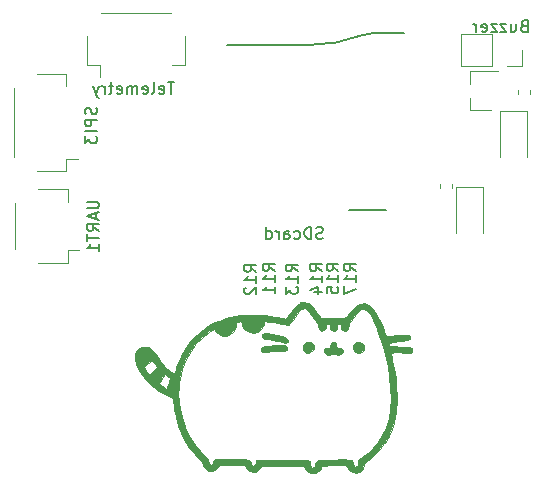
<source format=gbr>
%TF.GenerationSoftware,KiCad,Pcbnew,(5.1.6)-1*%
%TF.CreationDate,2020-09-08T22:29:01+07:00*%
%TF.ProjectId,Pixracer_clone,50697872-6163-4657-925f-636c6f6e652e,rev?*%
%TF.SameCoordinates,Original*%
%TF.FileFunction,Legend,Bot*%
%TF.FilePolarity,Positive*%
%FSLAX46Y46*%
G04 Gerber Fmt 4.6, Leading zero omitted, Abs format (unit mm)*
G04 Created by KiCad (PCBNEW (5.1.6)-1) date 2020-09-08 22:29:01*
%MOMM*%
%LPD*%
G01*
G04 APERTURE LIST*
%ADD10C,0.010000*%
%ADD11C,0.127000*%
%ADD12C,0.120000*%
%ADD13C,0.200000*%
%ADD14C,0.150000*%
G04 APERTURE END LIST*
D10*
%TO.C,G\u002A\u002A\u002A*%
G36*
X168902238Y-97175081D02*
G01*
X168764901Y-97205710D01*
X168695125Y-97209916D01*
X168649078Y-97247161D01*
X168647500Y-97262999D01*
X168598256Y-97323470D01*
X168576690Y-97326500D01*
X168494831Y-97370070D01*
X168369332Y-97480291D01*
X168306815Y-97545528D01*
X168202202Y-97662345D01*
X168111581Y-97769845D01*
X168013298Y-97895840D01*
X167885696Y-98068143D01*
X167707119Y-98314564D01*
X167695979Y-98330001D01*
X167544918Y-98508446D01*
X167427931Y-98574340D01*
X167390531Y-98571309D01*
X167258948Y-98541995D01*
X167070262Y-98509846D01*
X167025708Y-98503355D01*
X166817398Y-98471953D01*
X166636329Y-98441220D01*
X166612958Y-98436776D01*
X166451031Y-98409940D01*
X166237463Y-98380253D01*
X166171000Y-98372008D01*
X165958669Y-98343393D01*
X165776130Y-98313550D01*
X165735550Y-98305480D01*
X165610641Y-98292876D01*
X165387561Y-98283644D01*
X165095094Y-98277755D01*
X164762022Y-98275177D01*
X164417129Y-98275880D01*
X164089199Y-98279834D01*
X163807015Y-98287006D01*
X163599360Y-98297366D01*
X163506543Y-98307866D01*
X163338660Y-98339000D01*
X163129802Y-98373166D01*
X163097558Y-98378044D01*
X162908557Y-98417395D01*
X162657879Y-98484477D01*
X162377948Y-98568772D01*
X162101187Y-98659760D01*
X161860018Y-98746920D01*
X161686862Y-98819733D01*
X161623902Y-98856183D01*
X161550742Y-98898926D01*
X161535500Y-98888734D01*
X161486273Y-98886922D01*
X161354202Y-98942232D01*
X161162704Y-99042234D01*
X160935198Y-99174497D01*
X160695099Y-99326590D01*
X160635561Y-99366452D01*
X160440703Y-99513023D01*
X160207505Y-99710505D01*
X159956522Y-99938780D01*
X159708310Y-100177732D01*
X159483423Y-100407243D01*
X159302418Y-100607194D01*
X159185849Y-100757470D01*
X159155530Y-100814969D01*
X159102933Y-100919565D01*
X159065378Y-100946000D01*
X159021465Y-100998718D01*
X158937165Y-101138603D01*
X158826878Y-101338246D01*
X158705009Y-101570239D01*
X158585959Y-101807177D01*
X158484131Y-102021650D01*
X158414689Y-102184250D01*
X158359342Y-102326646D01*
X158285332Y-102514188D01*
X158271337Y-102549374D01*
X158218940Y-102697420D01*
X158202196Y-102780775D01*
X158206621Y-102787499D01*
X158201881Y-102836210D01*
X158150052Y-102954983D01*
X158142414Y-102969949D01*
X158088537Y-103106255D01*
X158085749Y-103189633D01*
X158087866Y-103192199D01*
X158110838Y-103233726D01*
X158045799Y-103216303D01*
X157912724Y-103147826D01*
X157792355Y-103075367D01*
X157365374Y-102739885D01*
X157293686Y-102660650D01*
X156584402Y-102660650D01*
X156281826Y-102968012D01*
X156122818Y-103124360D01*
X155997170Y-103238430D01*
X155932242Y-103285437D01*
X155872825Y-103243672D01*
X155767095Y-103125140D01*
X155667009Y-102994789D01*
X155543161Y-102808379D01*
X155496646Y-102688959D01*
X155517757Y-102611036D01*
X155519864Y-102608430D01*
X155617532Y-102517881D01*
X155771012Y-102401064D01*
X155942215Y-102283945D01*
X156093049Y-102192495D01*
X156185422Y-102152682D01*
X156188628Y-102152500D01*
X156255708Y-102201128D01*
X156358862Y-102324659D01*
X156416263Y-102406575D01*
X156584402Y-102660650D01*
X157293686Y-102660650D01*
X156949471Y-102280200D01*
X156627367Y-101826374D01*
X156384291Y-101470580D01*
X156176350Y-101218029D01*
X155988374Y-101055355D01*
X155805190Y-100969190D01*
X155628116Y-100946000D01*
X155269711Y-100996574D01*
X154991214Y-101143249D01*
X154799182Y-101378451D01*
X154700167Y-101694609D01*
X154694348Y-102024821D01*
X154784640Y-102435865D01*
X154984967Y-102872373D01*
X155298310Y-103339306D01*
X155727650Y-103841625D01*
X155884000Y-104004527D01*
X156157174Y-104275916D01*
X156378971Y-104476318D01*
X156581742Y-104630234D01*
X156797842Y-104762166D01*
X157059622Y-104896617D01*
X157066088Y-104899763D01*
X157325246Y-105022974D01*
X157553161Y-105126252D01*
X157718297Y-105195562D01*
X157774971Y-105215230D01*
X157853078Y-105258686D01*
X157902403Y-105358900D01*
X157935715Y-105546541D01*
X157944210Y-105621744D01*
X157982695Y-105925347D01*
X158035681Y-106264501D01*
X158093783Y-106583154D01*
X158142137Y-106803875D01*
X158199501Y-107033902D01*
X158251469Y-107244309D01*
X158264104Y-107296000D01*
X158291873Y-107389849D01*
X158300080Y-107407125D01*
X158325314Y-107473467D01*
X158328750Y-107486500D01*
X158354539Y-107561410D01*
X158357421Y-107565875D01*
X158379012Y-107633089D01*
X158390308Y-107684821D01*
X158430918Y-107817073D01*
X158509496Y-108017085D01*
X158613459Y-108258012D01*
X158730223Y-108513010D01*
X158847204Y-108755233D01*
X158951820Y-108957839D01*
X159031485Y-109093981D01*
X159071268Y-109137500D01*
X159119740Y-109187324D01*
X159122500Y-109211104D01*
X159166005Y-109324044D01*
X159284872Y-109502936D01*
X159461629Y-109727067D01*
X159678806Y-109975723D01*
X159918930Y-110228190D01*
X160164532Y-110463756D01*
X160223699Y-110516663D01*
X160397427Y-110710784D01*
X160456000Y-110880786D01*
X160497375Y-111028493D01*
X160600337Y-111198756D01*
X160636760Y-111242800D01*
X160803585Y-111389425D01*
X160992009Y-111451349D01*
X161079849Y-111459424D01*
X161248879Y-111454846D01*
X161388944Y-111405547D01*
X161548226Y-111290862D01*
X161623209Y-111226371D01*
X161904239Y-110979000D01*
X164018481Y-110979000D01*
X164106283Y-111189140D01*
X164254485Y-111397746D01*
X164489588Y-111517283D01*
X164771722Y-111550500D01*
X164937172Y-111534291D01*
X165066211Y-111467735D01*
X165207689Y-111323937D01*
X165229109Y-111298683D01*
X165440750Y-111046866D01*
X167197111Y-111037372D01*
X167658961Y-111036407D01*
X168080430Y-111038448D01*
X168444478Y-111043179D01*
X168734070Y-111050284D01*
X168932169Y-111059445D01*
X169021736Y-111070347D01*
X169023772Y-111071327D01*
X169065052Y-111149067D01*
X169055648Y-111176947D01*
X169075649Y-111252040D01*
X169168976Y-111375680D01*
X169249633Y-111458309D01*
X169511186Y-111632722D01*
X169787059Y-111685071D01*
X170061986Y-111614392D01*
X170211996Y-111519022D01*
X170351905Y-111378979D01*
X170441356Y-111235116D01*
X170449032Y-111211386D01*
X170485654Y-111125765D01*
X170563108Y-111073286D01*
X170713289Y-111039718D01*
X170878226Y-111019909D01*
X171118704Y-111001855D01*
X171433883Y-110987873D01*
X171771480Y-110980005D01*
X171925435Y-110979000D01*
X172581239Y-110979000D01*
X172676851Y-111163893D01*
X172871717Y-111424029D01*
X173129275Y-111574100D01*
X173393164Y-111614000D01*
X173593915Y-111596941D01*
X173745848Y-111527406D01*
X173892601Y-111398099D01*
X174053109Y-111195212D01*
X174108197Y-111003963D01*
X174108500Y-110987849D01*
X174121891Y-110883214D01*
X174175216Y-110785331D01*
X174288203Y-110671230D01*
X174480580Y-110517944D01*
X174568875Y-110451856D01*
X175050991Y-110055993D01*
X175450379Y-109636176D01*
X175809510Y-109147138D01*
X175846586Y-109089972D01*
X176193560Y-108500019D01*
X176446174Y-107952300D01*
X176616182Y-107419275D01*
X176673366Y-107152510D01*
X176702123Y-106995358D01*
X176743719Y-106769218D01*
X176778445Y-106581010D01*
X176832188Y-106151267D01*
X176856775Y-105625038D01*
X176855689Y-105408261D01*
X176359233Y-105408261D01*
X176304026Y-106266896D01*
X176176990Y-107046401D01*
X176134668Y-107223587D01*
X175925343Y-107857719D01*
X175633990Y-108468961D01*
X175275778Y-109035661D01*
X174865878Y-109536168D01*
X174419462Y-109948831D01*
X174049702Y-110199197D01*
X173817491Y-110344534D01*
X173680578Y-110474393D01*
X173615937Y-110619440D01*
X173600500Y-110797481D01*
X173567958Y-111005574D01*
X173491015Y-111097460D01*
X173338573Y-111125989D01*
X173217274Y-111049863D01*
X173157785Y-110891424D01*
X173156000Y-110853366D01*
X173148521Y-110737673D01*
X173116578Y-110648719D01*
X173045912Y-110583560D01*
X172922262Y-110539254D01*
X172731371Y-110512859D01*
X172458978Y-110501431D01*
X172090825Y-110502028D01*
X171612652Y-110511707D01*
X171512593Y-110514218D01*
X171033330Y-110527434D01*
X170666130Y-110542175D01*
X170396083Y-110562436D01*
X170208276Y-110592210D01*
X170087798Y-110635493D01*
X170019736Y-110696278D01*
X169989179Y-110778561D01*
X169981214Y-110886335D01*
X169981000Y-110924481D01*
X169942824Y-111080890D01*
X169871515Y-111160960D01*
X169719318Y-111188699D01*
X169596980Y-111112945D01*
X169537864Y-110957157D01*
X169536500Y-110925402D01*
X169536175Y-110823488D01*
X169527172Y-110740918D01*
X169497449Y-110675766D01*
X169434965Y-110626103D01*
X169327680Y-110590004D01*
X169163551Y-110565541D01*
X168930537Y-110550788D01*
X168616598Y-110543818D01*
X168209691Y-110542704D01*
X167697776Y-110545520D01*
X167187000Y-110549441D01*
X164996250Y-110566250D01*
X164929528Y-110772672D01*
X164838581Y-110988274D01*
X164742036Y-111081619D01*
X164634463Y-111057449D01*
X164617942Y-111044733D01*
X164539058Y-110918981D01*
X164520000Y-110816075D01*
X164508968Y-110709237D01*
X164466379Y-110626761D01*
X164377994Y-110565569D01*
X164229576Y-110522584D01*
X164006885Y-110494727D01*
X163695685Y-110478922D01*
X163281735Y-110472090D01*
X162923565Y-110471000D01*
X162522476Y-110472843D01*
X162160683Y-110477991D01*
X161858872Y-110485867D01*
X161637728Y-110495895D01*
X161517937Y-110507500D01*
X161506578Y-110510451D01*
X161415362Y-110591940D01*
X161324633Y-110740991D01*
X161312083Y-110769338D01*
X161210348Y-110931755D01*
X161105399Y-110972189D01*
X161016307Y-110893687D01*
X160964000Y-110713732D01*
X160933976Y-110594548D01*
X160866856Y-110471971D01*
X160745953Y-110324485D01*
X160554580Y-110130578D01*
X160392500Y-109976935D01*
X159865275Y-109406047D01*
X159420104Y-108753741D01*
X159054836Y-108015091D01*
X158767322Y-107185173D01*
X158555409Y-106259061D01*
X158447691Y-105523523D01*
X158394975Y-104903080D01*
X158395772Y-104355949D01*
X158454376Y-103838367D01*
X158496740Y-103651718D01*
X157650447Y-103651718D01*
X157620824Y-103802350D01*
X157569569Y-103998014D01*
X157507627Y-104201610D01*
X157445945Y-104376039D01*
X157395469Y-104484199D01*
X157376406Y-104502000D01*
X157287167Y-104470078D01*
X157131893Y-104387854D01*
X157004369Y-104310797D01*
X156819363Y-104175038D01*
X156744307Y-104073895D01*
X156748355Y-104040922D01*
X156805687Y-103948421D01*
X156908562Y-103787797D01*
X157011810Y-103628924D01*
X157229784Y-103295598D01*
X157430017Y-103433735D01*
X157562775Y-103525193D01*
X157641075Y-103578890D01*
X157647491Y-103583218D01*
X157650447Y-103651718D01*
X158496740Y-103651718D01*
X158575079Y-103306569D01*
X158707344Y-102876842D01*
X159039380Y-102036546D01*
X159439947Y-101300109D01*
X159913301Y-100661859D01*
X160463699Y-100116119D01*
X161095398Y-99657215D01*
X161145738Y-99626402D01*
X161359226Y-99497282D01*
X161548502Y-99712856D01*
X161808600Y-99920422D01*
X162121395Y-100031056D01*
X162447953Y-100030996D01*
X162448256Y-100030939D01*
X162739769Y-99915951D01*
X162986588Y-99705881D01*
X163163894Y-99431079D01*
X163246868Y-99121897D01*
X163250001Y-99050445D01*
X163279626Y-98900459D01*
X163384381Y-98829402D01*
X163392875Y-98827023D01*
X163599306Y-98787639D01*
X163713453Y-98813384D01*
X163756063Y-98911478D01*
X163758000Y-98954129D01*
X163812588Y-99184868D01*
X163957294Y-99417607D01*
X164163536Y-99609195D01*
X164212710Y-99640586D01*
X164472942Y-99738321D01*
X164765073Y-99763606D01*
X165039327Y-99716734D01*
X165202876Y-99634747D01*
X165390739Y-99459088D01*
X165547079Y-99247986D01*
X165644384Y-99043103D01*
X165663000Y-98937946D01*
X165660968Y-98883054D01*
X165666014Y-98843940D01*
X165694859Y-98821269D01*
X165764219Y-98815704D01*
X165890813Y-98827910D01*
X166091360Y-98858551D01*
X166382577Y-98908290D01*
X166781183Y-98977792D01*
X166815258Y-98983713D01*
X167126011Y-99033801D01*
X167396122Y-99070117D01*
X167598562Y-99089534D01*
X167706305Y-99088921D01*
X167711364Y-99087441D01*
X167783092Y-99023798D01*
X167908535Y-98877451D01*
X168069707Y-98670518D01*
X168239791Y-98437597D01*
X168429410Y-98183916D01*
X168612214Y-97963561D01*
X168766192Y-97801714D01*
X168860331Y-97727702D01*
X169000026Y-97668952D01*
X169104051Y-97683753D01*
X169211646Y-97753605D01*
X169318566Y-97857807D01*
X169470480Y-98038672D01*
X169643176Y-98266373D01*
X169744946Y-98410516D01*
X169904500Y-98636755D01*
X170041998Y-98820101D01*
X170139401Y-98937139D01*
X170173571Y-98966916D01*
X170215279Y-99038100D01*
X170234802Y-99183322D01*
X170235000Y-99200505D01*
X170276009Y-99410484D01*
X170380741Y-99551246D01*
X170521756Y-99608928D01*
X170671615Y-99569668D01*
X170771150Y-99471370D01*
X170847635Y-99308909D01*
X170870000Y-99185620D01*
X170900079Y-99074445D01*
X171012536Y-99041206D01*
X171028750Y-99041000D01*
X171143178Y-99062191D01*
X171184216Y-99151434D01*
X171187500Y-99226964D01*
X171237095Y-99434295D01*
X171369501Y-99571596D01*
X171528586Y-99612499D01*
X171705160Y-99564991D01*
X171801538Y-99420689D01*
X171822500Y-99250550D01*
X171836131Y-99105805D01*
X171896180Y-99048891D01*
X171981250Y-99041000D01*
X172095678Y-99062191D01*
X172136716Y-99151434D01*
X172140000Y-99226964D01*
X172189595Y-99434295D01*
X172322001Y-99571596D01*
X172481086Y-99612499D01*
X172657382Y-99565195D01*
X172753722Y-99421229D01*
X172775001Y-99248731D01*
X172793285Y-99127160D01*
X172856559Y-98982949D01*
X172977448Y-98794158D01*
X173168582Y-98538843D01*
X173224890Y-98467030D01*
X173453675Y-98183461D01*
X173627669Y-97987824D01*
X173765700Y-97864569D01*
X173886600Y-97798143D01*
X174009198Y-97772995D01*
X174067628Y-97771000D01*
X174248474Y-97832621D01*
X174445216Y-98012885D01*
X174654570Y-98304891D01*
X174873255Y-98701736D01*
X175097987Y-99196521D01*
X175325486Y-99782343D01*
X175552467Y-100452302D01*
X175775649Y-101199496D01*
X175879785Y-101581000D01*
X176102888Y-102556864D01*
X176257764Y-103533315D01*
X176343513Y-104490424D01*
X176359233Y-105408261D01*
X176855689Y-105408261D01*
X176853787Y-105029061D01*
X176824804Y-104390077D01*
X176771403Y-103734824D01*
X176695166Y-103090040D01*
X176597671Y-102482465D01*
X176511910Y-102068838D01*
X176458360Y-101817874D01*
X176424182Y-101616233D01*
X176414017Y-101493735D01*
X176418982Y-101471852D01*
X176497339Y-101455367D01*
X176669694Y-101446453D01*
X176903303Y-101444591D01*
X177165422Y-101449260D01*
X177423307Y-101459941D01*
X177644214Y-101476115D01*
X177776322Y-101493393D01*
X177990232Y-101490980D01*
X178126541Y-101397080D01*
X178172500Y-101227722D01*
X178166931Y-101134255D01*
X178134006Y-101073785D01*
X178049402Y-101035974D01*
X177888795Y-101010481D01*
X177627860Y-100986966D01*
X177601000Y-100984786D01*
X177124122Y-100945986D01*
X176760258Y-100914665D01*
X176495863Y-100887724D01*
X176317394Y-100862063D01*
X176211305Y-100834584D01*
X176164053Y-100802187D01*
X176162093Y-100761774D01*
X176191881Y-100710246D01*
X176221910Y-100669244D01*
X176297303Y-100615089D01*
X176446963Y-100570264D01*
X176689121Y-100530712D01*
X176997750Y-100496607D01*
X177377922Y-100457648D01*
X177650027Y-100422227D01*
X177832655Y-100384524D01*
X177944394Y-100338719D01*
X178003833Y-100278993D01*
X178029560Y-100199527D01*
X178033317Y-100172407D01*
X178018821Y-100031976D01*
X177917089Y-99961302D01*
X177916235Y-99961031D01*
X177769329Y-99943693D01*
X177521904Y-99946582D01*
X177198503Y-99967817D01*
X176823669Y-100005519D01*
X176421945Y-100057806D01*
X176192010Y-100093143D01*
X176023082Y-100076643D01*
X175924062Y-99955374D01*
X175906719Y-99898250D01*
X175825995Y-99637363D01*
X175692858Y-99297623D01*
X175520027Y-98909204D01*
X175320221Y-98502278D01*
X175309573Y-98481642D01*
X175044355Y-98015315D01*
X174790687Y-97668028D01*
X174542028Y-97433116D01*
X174291836Y-97303916D01*
X174123613Y-97273369D01*
X173816967Y-97302087D01*
X173525509Y-97430199D01*
X173237460Y-97665608D01*
X172941041Y-98016216D01*
X172870250Y-98114254D01*
X172762541Y-98264451D01*
X172668274Y-98373614D01*
X172565442Y-98448287D01*
X172432035Y-98495016D01*
X172246043Y-98520347D01*
X171985457Y-98530823D01*
X171628267Y-98532992D01*
X171462178Y-98532999D01*
X170427302Y-98532999D01*
X170252371Y-98263124D01*
X170145224Y-98102018D01*
X170065421Y-97989602D01*
X170042035Y-97961500D01*
X169986702Y-97893452D01*
X169890781Y-97761295D01*
X169853273Y-97707500D01*
X169692652Y-97497893D01*
X169533990Y-97358705D01*
X169324736Y-97245649D01*
X169283238Y-97227109D01*
X169055714Y-97165510D01*
X168902238Y-97175081D01*
G37*
X168902238Y-97175081D02*
X168764901Y-97205710D01*
X168695125Y-97209916D01*
X168649078Y-97247161D01*
X168647500Y-97262999D01*
X168598256Y-97323470D01*
X168576690Y-97326500D01*
X168494831Y-97370070D01*
X168369332Y-97480291D01*
X168306815Y-97545528D01*
X168202202Y-97662345D01*
X168111581Y-97769845D01*
X168013298Y-97895840D01*
X167885696Y-98068143D01*
X167707119Y-98314564D01*
X167695979Y-98330001D01*
X167544918Y-98508446D01*
X167427931Y-98574340D01*
X167390531Y-98571309D01*
X167258948Y-98541995D01*
X167070262Y-98509846D01*
X167025708Y-98503355D01*
X166817398Y-98471953D01*
X166636329Y-98441220D01*
X166612958Y-98436776D01*
X166451031Y-98409940D01*
X166237463Y-98380253D01*
X166171000Y-98372008D01*
X165958669Y-98343393D01*
X165776130Y-98313550D01*
X165735550Y-98305480D01*
X165610641Y-98292876D01*
X165387561Y-98283644D01*
X165095094Y-98277755D01*
X164762022Y-98275177D01*
X164417129Y-98275880D01*
X164089199Y-98279834D01*
X163807015Y-98287006D01*
X163599360Y-98297366D01*
X163506543Y-98307866D01*
X163338660Y-98339000D01*
X163129802Y-98373166D01*
X163097558Y-98378044D01*
X162908557Y-98417395D01*
X162657879Y-98484477D01*
X162377948Y-98568772D01*
X162101187Y-98659760D01*
X161860018Y-98746920D01*
X161686862Y-98819733D01*
X161623902Y-98856183D01*
X161550742Y-98898926D01*
X161535500Y-98888734D01*
X161486273Y-98886922D01*
X161354202Y-98942232D01*
X161162704Y-99042234D01*
X160935198Y-99174497D01*
X160695099Y-99326590D01*
X160635561Y-99366452D01*
X160440703Y-99513023D01*
X160207505Y-99710505D01*
X159956522Y-99938780D01*
X159708310Y-100177732D01*
X159483423Y-100407243D01*
X159302418Y-100607194D01*
X159185849Y-100757470D01*
X159155530Y-100814969D01*
X159102933Y-100919565D01*
X159065378Y-100946000D01*
X159021465Y-100998718D01*
X158937165Y-101138603D01*
X158826878Y-101338246D01*
X158705009Y-101570239D01*
X158585959Y-101807177D01*
X158484131Y-102021650D01*
X158414689Y-102184250D01*
X158359342Y-102326646D01*
X158285332Y-102514188D01*
X158271337Y-102549374D01*
X158218940Y-102697420D01*
X158202196Y-102780775D01*
X158206621Y-102787499D01*
X158201881Y-102836210D01*
X158150052Y-102954983D01*
X158142414Y-102969949D01*
X158088537Y-103106255D01*
X158085749Y-103189633D01*
X158087866Y-103192199D01*
X158110838Y-103233726D01*
X158045799Y-103216303D01*
X157912724Y-103147826D01*
X157792355Y-103075367D01*
X157365374Y-102739885D01*
X157293686Y-102660650D01*
X156584402Y-102660650D01*
X156281826Y-102968012D01*
X156122818Y-103124360D01*
X155997170Y-103238430D01*
X155932242Y-103285437D01*
X155872825Y-103243672D01*
X155767095Y-103125140D01*
X155667009Y-102994789D01*
X155543161Y-102808379D01*
X155496646Y-102688959D01*
X155517757Y-102611036D01*
X155519864Y-102608430D01*
X155617532Y-102517881D01*
X155771012Y-102401064D01*
X155942215Y-102283945D01*
X156093049Y-102192495D01*
X156185422Y-102152682D01*
X156188628Y-102152500D01*
X156255708Y-102201128D01*
X156358862Y-102324659D01*
X156416263Y-102406575D01*
X156584402Y-102660650D01*
X157293686Y-102660650D01*
X156949471Y-102280200D01*
X156627367Y-101826374D01*
X156384291Y-101470580D01*
X156176350Y-101218029D01*
X155988374Y-101055355D01*
X155805190Y-100969190D01*
X155628116Y-100946000D01*
X155269711Y-100996574D01*
X154991214Y-101143249D01*
X154799182Y-101378451D01*
X154700167Y-101694609D01*
X154694348Y-102024821D01*
X154784640Y-102435865D01*
X154984967Y-102872373D01*
X155298310Y-103339306D01*
X155727650Y-103841625D01*
X155884000Y-104004527D01*
X156157174Y-104275916D01*
X156378971Y-104476318D01*
X156581742Y-104630234D01*
X156797842Y-104762166D01*
X157059622Y-104896617D01*
X157066088Y-104899763D01*
X157325246Y-105022974D01*
X157553161Y-105126252D01*
X157718297Y-105195562D01*
X157774971Y-105215230D01*
X157853078Y-105258686D01*
X157902403Y-105358900D01*
X157935715Y-105546541D01*
X157944210Y-105621744D01*
X157982695Y-105925347D01*
X158035681Y-106264501D01*
X158093783Y-106583154D01*
X158142137Y-106803875D01*
X158199501Y-107033902D01*
X158251469Y-107244309D01*
X158264104Y-107296000D01*
X158291873Y-107389849D01*
X158300080Y-107407125D01*
X158325314Y-107473467D01*
X158328750Y-107486500D01*
X158354539Y-107561410D01*
X158357421Y-107565875D01*
X158379012Y-107633089D01*
X158390308Y-107684821D01*
X158430918Y-107817073D01*
X158509496Y-108017085D01*
X158613459Y-108258012D01*
X158730223Y-108513010D01*
X158847204Y-108755233D01*
X158951820Y-108957839D01*
X159031485Y-109093981D01*
X159071268Y-109137500D01*
X159119740Y-109187324D01*
X159122500Y-109211104D01*
X159166005Y-109324044D01*
X159284872Y-109502936D01*
X159461629Y-109727067D01*
X159678806Y-109975723D01*
X159918930Y-110228190D01*
X160164532Y-110463756D01*
X160223699Y-110516663D01*
X160397427Y-110710784D01*
X160456000Y-110880786D01*
X160497375Y-111028493D01*
X160600337Y-111198756D01*
X160636760Y-111242800D01*
X160803585Y-111389425D01*
X160992009Y-111451349D01*
X161079849Y-111459424D01*
X161248879Y-111454846D01*
X161388944Y-111405547D01*
X161548226Y-111290862D01*
X161623209Y-111226371D01*
X161904239Y-110979000D01*
X164018481Y-110979000D01*
X164106283Y-111189140D01*
X164254485Y-111397746D01*
X164489588Y-111517283D01*
X164771722Y-111550500D01*
X164937172Y-111534291D01*
X165066211Y-111467735D01*
X165207689Y-111323937D01*
X165229109Y-111298683D01*
X165440750Y-111046866D01*
X167197111Y-111037372D01*
X167658961Y-111036407D01*
X168080430Y-111038448D01*
X168444478Y-111043179D01*
X168734070Y-111050284D01*
X168932169Y-111059445D01*
X169021736Y-111070347D01*
X169023772Y-111071327D01*
X169065052Y-111149067D01*
X169055648Y-111176947D01*
X169075649Y-111252040D01*
X169168976Y-111375680D01*
X169249633Y-111458309D01*
X169511186Y-111632722D01*
X169787059Y-111685071D01*
X170061986Y-111614392D01*
X170211996Y-111519022D01*
X170351905Y-111378979D01*
X170441356Y-111235116D01*
X170449032Y-111211386D01*
X170485654Y-111125765D01*
X170563108Y-111073286D01*
X170713289Y-111039718D01*
X170878226Y-111019909D01*
X171118704Y-111001855D01*
X171433883Y-110987873D01*
X171771480Y-110980005D01*
X171925435Y-110979000D01*
X172581239Y-110979000D01*
X172676851Y-111163893D01*
X172871717Y-111424029D01*
X173129275Y-111574100D01*
X173393164Y-111614000D01*
X173593915Y-111596941D01*
X173745848Y-111527406D01*
X173892601Y-111398099D01*
X174053109Y-111195212D01*
X174108197Y-111003963D01*
X174108500Y-110987849D01*
X174121891Y-110883214D01*
X174175216Y-110785331D01*
X174288203Y-110671230D01*
X174480580Y-110517944D01*
X174568875Y-110451856D01*
X175050991Y-110055993D01*
X175450379Y-109636176D01*
X175809510Y-109147138D01*
X175846586Y-109089972D01*
X176193560Y-108500019D01*
X176446174Y-107952300D01*
X176616182Y-107419275D01*
X176673366Y-107152510D01*
X176702123Y-106995358D01*
X176743719Y-106769218D01*
X176778445Y-106581010D01*
X176832188Y-106151267D01*
X176856775Y-105625038D01*
X176855689Y-105408261D01*
X176359233Y-105408261D01*
X176304026Y-106266896D01*
X176176990Y-107046401D01*
X176134668Y-107223587D01*
X175925343Y-107857719D01*
X175633990Y-108468961D01*
X175275778Y-109035661D01*
X174865878Y-109536168D01*
X174419462Y-109948831D01*
X174049702Y-110199197D01*
X173817491Y-110344534D01*
X173680578Y-110474393D01*
X173615937Y-110619440D01*
X173600500Y-110797481D01*
X173567958Y-111005574D01*
X173491015Y-111097460D01*
X173338573Y-111125989D01*
X173217274Y-111049863D01*
X173157785Y-110891424D01*
X173156000Y-110853366D01*
X173148521Y-110737673D01*
X173116578Y-110648719D01*
X173045912Y-110583560D01*
X172922262Y-110539254D01*
X172731371Y-110512859D01*
X172458978Y-110501431D01*
X172090825Y-110502028D01*
X171612652Y-110511707D01*
X171512593Y-110514218D01*
X171033330Y-110527434D01*
X170666130Y-110542175D01*
X170396083Y-110562436D01*
X170208276Y-110592210D01*
X170087798Y-110635493D01*
X170019736Y-110696278D01*
X169989179Y-110778561D01*
X169981214Y-110886335D01*
X169981000Y-110924481D01*
X169942824Y-111080890D01*
X169871515Y-111160960D01*
X169719318Y-111188699D01*
X169596980Y-111112945D01*
X169537864Y-110957157D01*
X169536500Y-110925402D01*
X169536175Y-110823488D01*
X169527172Y-110740918D01*
X169497449Y-110675766D01*
X169434965Y-110626103D01*
X169327680Y-110590004D01*
X169163551Y-110565541D01*
X168930537Y-110550788D01*
X168616598Y-110543818D01*
X168209691Y-110542704D01*
X167697776Y-110545520D01*
X167187000Y-110549441D01*
X164996250Y-110566250D01*
X164929528Y-110772672D01*
X164838581Y-110988274D01*
X164742036Y-111081619D01*
X164634463Y-111057449D01*
X164617942Y-111044733D01*
X164539058Y-110918981D01*
X164520000Y-110816075D01*
X164508968Y-110709237D01*
X164466379Y-110626761D01*
X164377994Y-110565569D01*
X164229576Y-110522584D01*
X164006885Y-110494727D01*
X163695685Y-110478922D01*
X163281735Y-110472090D01*
X162923565Y-110471000D01*
X162522476Y-110472843D01*
X162160683Y-110477991D01*
X161858872Y-110485867D01*
X161637728Y-110495895D01*
X161517937Y-110507500D01*
X161506578Y-110510451D01*
X161415362Y-110591940D01*
X161324633Y-110740991D01*
X161312083Y-110769338D01*
X161210348Y-110931755D01*
X161105399Y-110972189D01*
X161016307Y-110893687D01*
X160964000Y-110713732D01*
X160933976Y-110594548D01*
X160866856Y-110471971D01*
X160745953Y-110324485D01*
X160554580Y-110130578D01*
X160392500Y-109976935D01*
X159865275Y-109406047D01*
X159420104Y-108753741D01*
X159054836Y-108015091D01*
X158767322Y-107185173D01*
X158555409Y-106259061D01*
X158447691Y-105523523D01*
X158394975Y-104903080D01*
X158395772Y-104355949D01*
X158454376Y-103838367D01*
X158496740Y-103651718D01*
X157650447Y-103651718D01*
X157620824Y-103802350D01*
X157569569Y-103998014D01*
X157507627Y-104201610D01*
X157445945Y-104376039D01*
X157395469Y-104484199D01*
X157376406Y-104502000D01*
X157287167Y-104470078D01*
X157131893Y-104387854D01*
X157004369Y-104310797D01*
X156819363Y-104175038D01*
X156744307Y-104073895D01*
X156748355Y-104040922D01*
X156805687Y-103948421D01*
X156908562Y-103787797D01*
X157011810Y-103628924D01*
X157229784Y-103295598D01*
X157430017Y-103433735D01*
X157562775Y-103525193D01*
X157641075Y-103578890D01*
X157647491Y-103583218D01*
X157650447Y-103651718D01*
X158496740Y-103651718D01*
X158575079Y-103306569D01*
X158707344Y-102876842D01*
X159039380Y-102036546D01*
X159439947Y-101300109D01*
X159913301Y-100661859D01*
X160463699Y-100116119D01*
X161095398Y-99657215D01*
X161145738Y-99626402D01*
X161359226Y-99497282D01*
X161548502Y-99712856D01*
X161808600Y-99920422D01*
X162121395Y-100031056D01*
X162447953Y-100030996D01*
X162448256Y-100030939D01*
X162739769Y-99915951D01*
X162986588Y-99705881D01*
X163163894Y-99431079D01*
X163246868Y-99121897D01*
X163250001Y-99050445D01*
X163279626Y-98900459D01*
X163384381Y-98829402D01*
X163392875Y-98827023D01*
X163599306Y-98787639D01*
X163713453Y-98813384D01*
X163756063Y-98911478D01*
X163758000Y-98954129D01*
X163812588Y-99184868D01*
X163957294Y-99417607D01*
X164163536Y-99609195D01*
X164212710Y-99640586D01*
X164472942Y-99738321D01*
X164765073Y-99763606D01*
X165039327Y-99716734D01*
X165202876Y-99634747D01*
X165390739Y-99459088D01*
X165547079Y-99247986D01*
X165644384Y-99043103D01*
X165663000Y-98937946D01*
X165660968Y-98883054D01*
X165666014Y-98843940D01*
X165694859Y-98821269D01*
X165764219Y-98815704D01*
X165890813Y-98827910D01*
X166091360Y-98858551D01*
X166382577Y-98908290D01*
X166781183Y-98977792D01*
X166815258Y-98983713D01*
X167126011Y-99033801D01*
X167396122Y-99070117D01*
X167598562Y-99089534D01*
X167706305Y-99088921D01*
X167711364Y-99087441D01*
X167783092Y-99023798D01*
X167908535Y-98877451D01*
X168069707Y-98670518D01*
X168239791Y-98437597D01*
X168429410Y-98183916D01*
X168612214Y-97963561D01*
X168766192Y-97801714D01*
X168860331Y-97727702D01*
X169000026Y-97668952D01*
X169104051Y-97683753D01*
X169211646Y-97753605D01*
X169318566Y-97857807D01*
X169470480Y-98038672D01*
X169643176Y-98266373D01*
X169744946Y-98410516D01*
X169904500Y-98636755D01*
X170041998Y-98820101D01*
X170139401Y-98937139D01*
X170173571Y-98966916D01*
X170215279Y-99038100D01*
X170234802Y-99183322D01*
X170235000Y-99200505D01*
X170276009Y-99410484D01*
X170380741Y-99551246D01*
X170521756Y-99608928D01*
X170671615Y-99569668D01*
X170771150Y-99471370D01*
X170847635Y-99308909D01*
X170870000Y-99185620D01*
X170900079Y-99074445D01*
X171012536Y-99041206D01*
X171028750Y-99041000D01*
X171143178Y-99062191D01*
X171184216Y-99151434D01*
X171187500Y-99226964D01*
X171237095Y-99434295D01*
X171369501Y-99571596D01*
X171528586Y-99612499D01*
X171705160Y-99564991D01*
X171801538Y-99420689D01*
X171822500Y-99250550D01*
X171836131Y-99105805D01*
X171896180Y-99048891D01*
X171981250Y-99041000D01*
X172095678Y-99062191D01*
X172136716Y-99151434D01*
X172140000Y-99226964D01*
X172189595Y-99434295D01*
X172322001Y-99571596D01*
X172481086Y-99612499D01*
X172657382Y-99565195D01*
X172753722Y-99421229D01*
X172775001Y-99248731D01*
X172793285Y-99127160D01*
X172856559Y-98982949D01*
X172977448Y-98794158D01*
X173168582Y-98538843D01*
X173224890Y-98467030D01*
X173453675Y-98183461D01*
X173627669Y-97987824D01*
X173765700Y-97864569D01*
X173886600Y-97798143D01*
X174009198Y-97772995D01*
X174067628Y-97771000D01*
X174248474Y-97832621D01*
X174445216Y-98012885D01*
X174654570Y-98304891D01*
X174873255Y-98701736D01*
X175097987Y-99196521D01*
X175325486Y-99782343D01*
X175552467Y-100452302D01*
X175775649Y-101199496D01*
X175879785Y-101581000D01*
X176102888Y-102556864D01*
X176257764Y-103533315D01*
X176343513Y-104490424D01*
X176359233Y-105408261D01*
X176855689Y-105408261D01*
X176853787Y-105029061D01*
X176824804Y-104390077D01*
X176771403Y-103734824D01*
X176695166Y-103090040D01*
X176597671Y-102482465D01*
X176511910Y-102068838D01*
X176458360Y-101817874D01*
X176424182Y-101616233D01*
X176414017Y-101493735D01*
X176418982Y-101471852D01*
X176497339Y-101455367D01*
X176669694Y-101446453D01*
X176903303Y-101444591D01*
X177165422Y-101449260D01*
X177423307Y-101459941D01*
X177644214Y-101476115D01*
X177776322Y-101493393D01*
X177990232Y-101490980D01*
X178126541Y-101397080D01*
X178172500Y-101227722D01*
X178166931Y-101134255D01*
X178134006Y-101073785D01*
X178049402Y-101035974D01*
X177888795Y-101010481D01*
X177627860Y-100986966D01*
X177601000Y-100984786D01*
X177124122Y-100945986D01*
X176760258Y-100914665D01*
X176495863Y-100887724D01*
X176317394Y-100862063D01*
X176211305Y-100834584D01*
X176164053Y-100802187D01*
X176162093Y-100761774D01*
X176191881Y-100710246D01*
X176221910Y-100669244D01*
X176297303Y-100615089D01*
X176446963Y-100570264D01*
X176689121Y-100530712D01*
X176997750Y-100496607D01*
X177377922Y-100457648D01*
X177650027Y-100422227D01*
X177832655Y-100384524D01*
X177944394Y-100338719D01*
X178003833Y-100278993D01*
X178029560Y-100199527D01*
X178033317Y-100172407D01*
X178018821Y-100031976D01*
X177917089Y-99961302D01*
X177916235Y-99961031D01*
X177769329Y-99943693D01*
X177521904Y-99946582D01*
X177198503Y-99967817D01*
X176823669Y-100005519D01*
X176421945Y-100057806D01*
X176192010Y-100093143D01*
X176023082Y-100076643D01*
X175924062Y-99955374D01*
X175906719Y-99898250D01*
X175825995Y-99637363D01*
X175692858Y-99297623D01*
X175520027Y-98909204D01*
X175320221Y-98502278D01*
X175309573Y-98481642D01*
X175044355Y-98015315D01*
X174790687Y-97668028D01*
X174542028Y-97433116D01*
X174291836Y-97303916D01*
X174123613Y-97273369D01*
X173816967Y-97302087D01*
X173525509Y-97430199D01*
X173237460Y-97665608D01*
X172941041Y-98016216D01*
X172870250Y-98114254D01*
X172762541Y-98264451D01*
X172668274Y-98373614D01*
X172565442Y-98448287D01*
X172432035Y-98495016D01*
X172246043Y-98520347D01*
X171985457Y-98530823D01*
X171628267Y-98532992D01*
X171462178Y-98532999D01*
X170427302Y-98532999D01*
X170252371Y-98263124D01*
X170145224Y-98102018D01*
X170065421Y-97989602D01*
X170042035Y-97961500D01*
X169986702Y-97893452D01*
X169890781Y-97761295D01*
X169853273Y-97707500D01*
X169692652Y-97497893D01*
X169533990Y-97358705D01*
X169324736Y-97245649D01*
X169283238Y-97227109D01*
X169055714Y-97165510D01*
X168902238Y-97175081D01*
G36*
X171381822Y-100562954D02*
G01*
X171277149Y-100689999D01*
X171238947Y-100866813D01*
X171217046Y-101021849D01*
X171165858Y-101083949D01*
X171054294Y-101087164D01*
X171039181Y-101085618D01*
X170832775Y-101104925D01*
X170711823Y-101194804D01*
X170684957Y-101324695D01*
X170760806Y-101464039D01*
X170904280Y-101563244D01*
X171082638Y-101629946D01*
X171230483Y-101626436D01*
X171325521Y-101596277D01*
X171540826Y-101556675D01*
X171636318Y-101583310D01*
X171869610Y-101641575D01*
X172108947Y-101591626D01*
X172189371Y-101545649D01*
X172309693Y-101407857D01*
X172322167Y-101265282D01*
X172241074Y-101147980D01*
X172080694Y-101086009D01*
X171970820Y-101085618D01*
X171851783Y-101086284D01*
X171796123Y-101031353D01*
X171772751Y-100886772D01*
X171771054Y-100866813D01*
X171714992Y-100659558D01*
X171600093Y-100544860D01*
X171444492Y-100536879D01*
X171381822Y-100562954D01*
G37*
X171381822Y-100562954D02*
X171277149Y-100689999D01*
X171238947Y-100866813D01*
X171217046Y-101021849D01*
X171165858Y-101083949D01*
X171054294Y-101087164D01*
X171039181Y-101085618D01*
X170832775Y-101104925D01*
X170711823Y-101194804D01*
X170684957Y-101324695D01*
X170760806Y-101464039D01*
X170904280Y-101563244D01*
X171082638Y-101629946D01*
X171230483Y-101626436D01*
X171325521Y-101596277D01*
X171540826Y-101556675D01*
X171636318Y-101583310D01*
X171869610Y-101641575D01*
X172108947Y-101591626D01*
X172189371Y-101545649D01*
X172309693Y-101407857D01*
X172322167Y-101265282D01*
X172241074Y-101147980D01*
X172080694Y-101086009D01*
X171970820Y-101085618D01*
X171851783Y-101086284D01*
X171796123Y-101031353D01*
X171772751Y-100886772D01*
X171771054Y-100866813D01*
X171714992Y-100659558D01*
X171600093Y-100544860D01*
X171444492Y-100536879D01*
X171381822Y-100562954D01*
G36*
X173503192Y-100530100D02*
G01*
X173311864Y-100657363D01*
X173179866Y-100863965D01*
X173163878Y-101082506D01*
X173259035Y-101285964D01*
X173453451Y-101443627D01*
X173594438Y-101503709D01*
X173714001Y-101497779D01*
X173791000Y-101472450D01*
X173984073Y-101344412D01*
X174094059Y-101155269D01*
X174114511Y-100941051D01*
X174038982Y-100737784D01*
X173941187Y-100633108D01*
X173717946Y-100518574D01*
X173503192Y-100530100D01*
G37*
X173503192Y-100530100D02*
X173311864Y-100657363D01*
X173179866Y-100863965D01*
X173163878Y-101082506D01*
X173259035Y-101285964D01*
X173453451Y-101443627D01*
X173594438Y-101503709D01*
X173714001Y-101497779D01*
X173791000Y-101472450D01*
X173984073Y-101344412D01*
X174094059Y-101155269D01*
X174114511Y-100941051D01*
X174038982Y-100737784D01*
X173941187Y-100633108D01*
X173717946Y-100518574D01*
X173503192Y-100530100D01*
G36*
X169068814Y-100633108D02*
G01*
X168937822Y-100799425D01*
X168902091Y-100991645D01*
X168945635Y-101183760D01*
X169052471Y-101349762D01*
X169206612Y-101463642D01*
X169392074Y-101499393D01*
X169568250Y-101445709D01*
X169763518Y-101278291D01*
X169850979Y-101070949D01*
X169826193Y-100850638D01*
X169698137Y-100657363D01*
X169496054Y-100526436D01*
X169280742Y-100521387D01*
X169068814Y-100633108D01*
G37*
X169068814Y-100633108D02*
X168937822Y-100799425D01*
X168902091Y-100991645D01*
X168945635Y-101183760D01*
X169052471Y-101349762D01*
X169206612Y-101463642D01*
X169392074Y-101499393D01*
X169568250Y-101445709D01*
X169763518Y-101278291D01*
X169850979Y-101070949D01*
X169826193Y-100850638D01*
X169698137Y-100657363D01*
X169496054Y-100526436D01*
X169280742Y-100521387D01*
X169068814Y-100633108D01*
G36*
X166706138Y-100830829D02*
G01*
X166588193Y-100835937D01*
X166097679Y-100874758D01*
X165728341Y-100938252D01*
X165480994Y-101026055D01*
X165356450Y-101137806D01*
X165355522Y-101273140D01*
X165411532Y-101361800D01*
X165495578Y-101423513D01*
X165627809Y-101442638D01*
X165835998Y-101420332D01*
X166012250Y-101386857D01*
X166196787Y-101361717D01*
X166458680Y-101342104D01*
X166748305Y-101331486D01*
X166816682Y-101330659D01*
X167138857Y-101324251D01*
X167354604Y-101305928D01*
X167484371Y-101269418D01*
X167548605Y-101208448D01*
X167567753Y-101116746D01*
X167568000Y-101100190D01*
X167543966Y-100979418D01*
X167461423Y-100896320D01*
X167304711Y-100846671D01*
X167058170Y-100826249D01*
X166706138Y-100830829D01*
G37*
X166706138Y-100830829D02*
X166588193Y-100835937D01*
X166097679Y-100874758D01*
X165728341Y-100938252D01*
X165480994Y-101026055D01*
X165356450Y-101137806D01*
X165355522Y-101273140D01*
X165411532Y-101361800D01*
X165495578Y-101423513D01*
X165627809Y-101442638D01*
X165835998Y-101420332D01*
X166012250Y-101386857D01*
X166196787Y-101361717D01*
X166458680Y-101342104D01*
X166748305Y-101331486D01*
X166816682Y-101330659D01*
X167138857Y-101324251D01*
X167354604Y-101305928D01*
X167484371Y-101269418D01*
X167548605Y-101208448D01*
X167567753Y-101116746D01*
X167568000Y-101100190D01*
X167543966Y-100979418D01*
X167461423Y-100896320D01*
X167304711Y-100846671D01*
X167058170Y-100826249D01*
X166706138Y-100830829D01*
G36*
X165556587Y-99843560D02*
G01*
X165490000Y-99912419D01*
X165472500Y-100021022D01*
X165496870Y-100142523D01*
X165583540Y-100227539D01*
X165752852Y-100286543D01*
X166025148Y-100330006D01*
X166086184Y-100336935D01*
X166361134Y-100378358D01*
X166680246Y-100442930D01*
X166926755Y-100504037D01*
X167204319Y-100577968D01*
X167387469Y-100615616D01*
X167503120Y-100618217D01*
X167578188Y-100587008D01*
X167628972Y-100536297D01*
X167683328Y-100397929D01*
X167615317Y-100266396D01*
X167429490Y-100143921D01*
X167130395Y-100032728D01*
X166722584Y-99935038D01*
X166238298Y-99856726D01*
X165911999Y-99819733D01*
X165691008Y-99814004D01*
X165556587Y-99843560D01*
G37*
X165556587Y-99843560D02*
X165490000Y-99912419D01*
X165472500Y-100021022D01*
X165496870Y-100142523D01*
X165583540Y-100227539D01*
X165752852Y-100286543D01*
X166025148Y-100330006D01*
X166086184Y-100336935D01*
X166361134Y-100378358D01*
X166680246Y-100442930D01*
X166926755Y-100504037D01*
X167204319Y-100577968D01*
X167387469Y-100615616D01*
X167503120Y-100618217D01*
X167578188Y-100587008D01*
X167628972Y-100536297D01*
X167683328Y-100397929D01*
X167615317Y-100266396D01*
X167429490Y-100143921D01*
X167130395Y-100032728D01*
X166722584Y-99935038D01*
X166238298Y-99856726D01*
X165911999Y-99819733D01*
X165691008Y-99814004D01*
X165556587Y-99843560D01*
D11*
%TO.C,SDcard*%
X175970000Y-89380000D02*
X172870000Y-89380000D01*
X169446900Y-75410000D02*
X162513000Y-75410000D01*
X177499000Y-74394000D02*
X174967900Y-74394000D01*
X174967900Y-74394000D02*
G75*
G03*
X173968000Y-74578000I-45J-2808602D01*
G01*
X173968000Y-74578000D02*
G75*
G02*
X169446900Y-75410000I-4521122J11867982D01*
G01*
D12*
%TO.C,SPI3*%
X144440000Y-84915000D02*
X144440000Y-79035000D01*
X148910000Y-77865000D02*
X148910000Y-78915000D01*
X146410000Y-77865000D02*
X148910000Y-77865000D01*
X148910000Y-85035000D02*
X149900000Y-85035000D01*
X148910000Y-86085000D02*
X148910000Y-85035000D01*
X146410000Y-86085000D02*
X148910000Y-86085000D01*
%TO.C,C39*%
X180565000Y-87521267D02*
X180565000Y-87178733D01*
X181585000Y-87521267D02*
X181585000Y-87178733D01*
%TO.C,UART1*%
X144540000Y-92690000D02*
X144540000Y-88810000D01*
X149010000Y-87640000D02*
X149010000Y-88690000D01*
X146510000Y-87640000D02*
X149010000Y-87640000D01*
X149010000Y-92810000D02*
X150000000Y-92810000D01*
X149010000Y-93860000D02*
X149010000Y-92810000D01*
X146510000Y-93860000D02*
X149010000Y-93860000D01*
%TO.C,Buzzer*%
X187505000Y-77155000D02*
X187505000Y-75825000D01*
X186175000Y-77155000D02*
X187505000Y-77155000D01*
X184905000Y-77155000D02*
X184905000Y-74495000D01*
X184905000Y-74495000D02*
X182305000Y-74495000D01*
X184905000Y-77155000D02*
X182305000Y-77155000D01*
X182305000Y-77155000D02*
X182305000Y-74495000D01*
%TO.C,Telemetry*%
X151860000Y-72665000D02*
X157740000Y-72665000D01*
X158910000Y-77135000D02*
X157860000Y-77135000D01*
X158910000Y-74635000D02*
X158910000Y-77135000D01*
X151740000Y-77135000D02*
X151740000Y-78125000D01*
X150690000Y-77135000D02*
X151740000Y-77135000D01*
X150690000Y-74635000D02*
X150690000Y-77135000D01*
%TO.C,R2*%
X187165000Y-79546267D02*
X187165000Y-79203733D01*
X188185000Y-79546267D02*
X188185000Y-79203733D01*
%TO.C,Q1*%
X183075000Y-80925000D02*
X183075000Y-79875000D01*
X184875000Y-80925000D02*
X183075000Y-80925000D01*
X183075000Y-77625000D02*
X183075000Y-78675000D01*
X185475000Y-77625000D02*
X183075000Y-77625000D01*
%TO.C,D2*%
X184160000Y-87440000D02*
X184160000Y-91325000D01*
X181890000Y-87440000D02*
X184160000Y-87440000D01*
X181890000Y-91325000D02*
X181890000Y-87440000D01*
%TO.C,D1*%
X187910000Y-81015000D02*
X187910000Y-84900000D01*
X185640000Y-81015000D02*
X187910000Y-81015000D01*
X185640000Y-84900000D02*
X185640000Y-81015000D01*
%TO.C,SDcard*%
D13*
X170629795Y-91779965D02*
X170486866Y-91827608D01*
X170248651Y-91827608D01*
X170153364Y-91779965D01*
X170105721Y-91732322D01*
X170058078Y-91637036D01*
X170058078Y-91541750D01*
X170105721Y-91446464D01*
X170153364Y-91398821D01*
X170248651Y-91351178D01*
X170439223Y-91303535D01*
X170534509Y-91255892D01*
X170582152Y-91208249D01*
X170629795Y-91112963D01*
X170629795Y-91017677D01*
X170582152Y-90922391D01*
X170534509Y-90874748D01*
X170439223Y-90827104D01*
X170201008Y-90827104D01*
X170058078Y-90874748D01*
X169629291Y-91827608D02*
X169629291Y-90827104D01*
X169391076Y-90827104D01*
X169248147Y-90874748D01*
X169152860Y-90970034D01*
X169105217Y-91065320D01*
X169057574Y-91255892D01*
X169057574Y-91398821D01*
X169105217Y-91589393D01*
X169152860Y-91684679D01*
X169248147Y-91779965D01*
X169391076Y-91827608D01*
X169629291Y-91827608D01*
X168200000Y-91779965D02*
X168295286Y-91827608D01*
X168485858Y-91827608D01*
X168581144Y-91779965D01*
X168628787Y-91732322D01*
X168676430Y-91637036D01*
X168676430Y-91351178D01*
X168628787Y-91255892D01*
X168581144Y-91208249D01*
X168485858Y-91160606D01*
X168295286Y-91160606D01*
X168200000Y-91208249D01*
X167342425Y-91827608D02*
X167342425Y-91303535D01*
X167390068Y-91208249D01*
X167485354Y-91160606D01*
X167675926Y-91160606D01*
X167771212Y-91208249D01*
X167342425Y-91779965D02*
X167437711Y-91827608D01*
X167675926Y-91827608D01*
X167771212Y-91779965D01*
X167818855Y-91684679D01*
X167818855Y-91589393D01*
X167771212Y-91494107D01*
X167675926Y-91446464D01*
X167437711Y-91446464D01*
X167342425Y-91398821D01*
X166865994Y-91827608D02*
X166865994Y-91160606D01*
X166865994Y-91351178D02*
X166818351Y-91255892D01*
X166770708Y-91208249D01*
X166675422Y-91160606D01*
X166580136Y-91160606D01*
X165817847Y-91827608D02*
X165817847Y-90827104D01*
X165817847Y-91779965D02*
X165913133Y-91827608D01*
X166103705Y-91827608D01*
X166198992Y-91779965D01*
X166246635Y-91732322D01*
X166294278Y-91637036D01*
X166294278Y-91351178D01*
X166246635Y-91255892D01*
X166198992Y-91208249D01*
X166103705Y-91160606D01*
X165913133Y-91160606D01*
X165817847Y-91208249D01*
%TO.C,SPI3*%
X151429761Y-80725000D02*
X151477380Y-80867857D01*
X151477380Y-81105952D01*
X151429761Y-81201190D01*
X151382142Y-81248809D01*
X151286904Y-81296428D01*
X151191666Y-81296428D01*
X151096428Y-81248809D01*
X151048809Y-81201190D01*
X151001190Y-81105952D01*
X150953571Y-80915476D01*
X150905952Y-80820238D01*
X150858333Y-80772619D01*
X150763095Y-80725000D01*
X150667857Y-80725000D01*
X150572619Y-80772619D01*
X150525000Y-80820238D01*
X150477380Y-80915476D01*
X150477380Y-81153571D01*
X150525000Y-81296428D01*
X151477380Y-81725000D02*
X150477380Y-81725000D01*
X150477380Y-82105952D01*
X150525000Y-82201190D01*
X150572619Y-82248809D01*
X150667857Y-82296428D01*
X150810714Y-82296428D01*
X150905952Y-82248809D01*
X150953571Y-82201190D01*
X151001190Y-82105952D01*
X151001190Y-81725000D01*
X151477380Y-82725000D02*
X150477380Y-82725000D01*
X150477380Y-83105952D02*
X150477380Y-83725000D01*
X150858333Y-83391666D01*
X150858333Y-83534523D01*
X150905952Y-83629761D01*
X150953571Y-83677380D01*
X151048809Y-83725000D01*
X151286904Y-83725000D01*
X151382142Y-83677380D01*
X151429761Y-83629761D01*
X151477380Y-83534523D01*
X151477380Y-83248809D01*
X151429761Y-83153571D01*
X151382142Y-83105952D01*
%TO.C,UART1*%
X150657380Y-88678571D02*
X151466904Y-88678571D01*
X151562142Y-88726190D01*
X151609761Y-88773809D01*
X151657380Y-88869047D01*
X151657380Y-89059523D01*
X151609761Y-89154761D01*
X151562142Y-89202380D01*
X151466904Y-89250000D01*
X150657380Y-89250000D01*
X151371666Y-89678571D02*
X151371666Y-90154761D01*
X151657380Y-89583333D02*
X150657380Y-89916666D01*
X151657380Y-90250000D01*
X151657380Y-91154761D02*
X151181190Y-90821428D01*
X151657380Y-90583333D02*
X150657380Y-90583333D01*
X150657380Y-90964285D01*
X150705000Y-91059523D01*
X150752619Y-91107142D01*
X150847857Y-91154761D01*
X150990714Y-91154761D01*
X151085952Y-91107142D01*
X151133571Y-91059523D01*
X151181190Y-90964285D01*
X151181190Y-90583333D01*
X150657380Y-91440476D02*
X150657380Y-92011904D01*
X151657380Y-91726190D02*
X150657380Y-91726190D01*
X151657380Y-92869047D02*
X151657380Y-92297619D01*
X151657380Y-92583333D02*
X150657380Y-92583333D01*
X150800238Y-92488095D01*
X150895476Y-92392857D01*
X150943095Y-92297619D01*
%TO.C,Buzzer*%
D14*
X187628571Y-73778571D02*
X187485714Y-73826190D01*
X187438095Y-73873809D01*
X187390476Y-73969047D01*
X187390476Y-74111904D01*
X187438095Y-74207142D01*
X187485714Y-74254761D01*
X187580952Y-74302380D01*
X187961904Y-74302380D01*
X187961904Y-73302380D01*
X187628571Y-73302380D01*
X187533333Y-73350000D01*
X187485714Y-73397619D01*
X187438095Y-73492857D01*
X187438095Y-73588095D01*
X187485714Y-73683333D01*
X187533333Y-73730952D01*
X187628571Y-73778571D01*
X187961904Y-73778571D01*
X186533333Y-73635714D02*
X186533333Y-74302380D01*
X186961904Y-73635714D02*
X186961904Y-74159523D01*
X186914285Y-74254761D01*
X186819047Y-74302380D01*
X186676190Y-74302380D01*
X186580952Y-74254761D01*
X186533333Y-74207142D01*
X186152380Y-73635714D02*
X185628571Y-73635714D01*
X186152380Y-74302380D01*
X185628571Y-74302380D01*
X185342857Y-73635714D02*
X184819047Y-73635714D01*
X185342857Y-74302380D01*
X184819047Y-74302380D01*
X184057142Y-74254761D02*
X184152380Y-74302380D01*
X184342857Y-74302380D01*
X184438095Y-74254761D01*
X184485714Y-74159523D01*
X184485714Y-73778571D01*
X184438095Y-73683333D01*
X184342857Y-73635714D01*
X184152380Y-73635714D01*
X184057142Y-73683333D01*
X184009523Y-73778571D01*
X184009523Y-73873809D01*
X184485714Y-73969047D01*
X183580952Y-74302380D02*
X183580952Y-73635714D01*
X183580952Y-73826190D02*
X183533333Y-73730952D01*
X183485714Y-73683333D01*
X183390476Y-73635714D01*
X183295238Y-73635714D01*
%TO.C,Telemetry*%
D13*
X158051190Y-78552380D02*
X157479761Y-78552380D01*
X157765476Y-79552380D02*
X157765476Y-78552380D01*
X156765476Y-79504761D02*
X156860714Y-79552380D01*
X157051190Y-79552380D01*
X157146428Y-79504761D01*
X157194047Y-79409523D01*
X157194047Y-79028571D01*
X157146428Y-78933333D01*
X157051190Y-78885714D01*
X156860714Y-78885714D01*
X156765476Y-78933333D01*
X156717857Y-79028571D01*
X156717857Y-79123809D01*
X157194047Y-79219047D01*
X156146428Y-79552380D02*
X156241666Y-79504761D01*
X156289285Y-79409523D01*
X156289285Y-78552380D01*
X155384523Y-79504761D02*
X155479761Y-79552380D01*
X155670238Y-79552380D01*
X155765476Y-79504761D01*
X155813095Y-79409523D01*
X155813095Y-79028571D01*
X155765476Y-78933333D01*
X155670238Y-78885714D01*
X155479761Y-78885714D01*
X155384523Y-78933333D01*
X155336904Y-79028571D01*
X155336904Y-79123809D01*
X155813095Y-79219047D01*
X154908333Y-79552380D02*
X154908333Y-78885714D01*
X154908333Y-78980952D02*
X154860714Y-78933333D01*
X154765476Y-78885714D01*
X154622619Y-78885714D01*
X154527380Y-78933333D01*
X154479761Y-79028571D01*
X154479761Y-79552380D01*
X154479761Y-79028571D02*
X154432142Y-78933333D01*
X154336904Y-78885714D01*
X154194047Y-78885714D01*
X154098809Y-78933333D01*
X154051190Y-79028571D01*
X154051190Y-79552380D01*
X153194047Y-79504761D02*
X153289285Y-79552380D01*
X153479761Y-79552380D01*
X153575000Y-79504761D01*
X153622619Y-79409523D01*
X153622619Y-79028571D01*
X153575000Y-78933333D01*
X153479761Y-78885714D01*
X153289285Y-78885714D01*
X153194047Y-78933333D01*
X153146428Y-79028571D01*
X153146428Y-79123809D01*
X153622619Y-79219047D01*
X152860714Y-78885714D02*
X152479761Y-78885714D01*
X152717857Y-78552380D02*
X152717857Y-79409523D01*
X152670238Y-79504761D01*
X152575000Y-79552380D01*
X152479761Y-79552380D01*
X152146428Y-79552380D02*
X152146428Y-78885714D01*
X152146428Y-79076190D02*
X152098809Y-78980952D01*
X152051190Y-78933333D01*
X151955952Y-78885714D01*
X151860714Y-78885714D01*
X151622619Y-78885714D02*
X151384523Y-79552380D01*
X151146428Y-78885714D02*
X151384523Y-79552380D01*
X151479761Y-79790476D01*
X151527380Y-79838095D01*
X151622619Y-79885714D01*
%TO.C,R17*%
D14*
X173402380Y-94532142D02*
X172926190Y-94198809D01*
X173402380Y-93960714D02*
X172402380Y-93960714D01*
X172402380Y-94341666D01*
X172450000Y-94436904D01*
X172497619Y-94484523D01*
X172592857Y-94532142D01*
X172735714Y-94532142D01*
X172830952Y-94484523D01*
X172878571Y-94436904D01*
X172926190Y-94341666D01*
X172926190Y-93960714D01*
X173402380Y-95484523D02*
X173402380Y-94913095D01*
X173402380Y-95198809D02*
X172402380Y-95198809D01*
X172545238Y-95103571D01*
X172640476Y-95008333D01*
X172688095Y-94913095D01*
X172402380Y-95817857D02*
X172402380Y-96484523D01*
X173402380Y-96055952D01*
%TO.C,R15*%
X171927380Y-94532142D02*
X171451190Y-94198809D01*
X171927380Y-93960714D02*
X170927380Y-93960714D01*
X170927380Y-94341666D01*
X170975000Y-94436904D01*
X171022619Y-94484523D01*
X171117857Y-94532142D01*
X171260714Y-94532142D01*
X171355952Y-94484523D01*
X171403571Y-94436904D01*
X171451190Y-94341666D01*
X171451190Y-93960714D01*
X171927380Y-95484523D02*
X171927380Y-94913095D01*
X171927380Y-95198809D02*
X170927380Y-95198809D01*
X171070238Y-95103571D01*
X171165476Y-95008333D01*
X171213095Y-94913095D01*
X170927380Y-96389285D02*
X170927380Y-95913095D01*
X171403571Y-95865476D01*
X171355952Y-95913095D01*
X171308333Y-96008333D01*
X171308333Y-96246428D01*
X171355952Y-96341666D01*
X171403571Y-96389285D01*
X171498809Y-96436904D01*
X171736904Y-96436904D01*
X171832142Y-96389285D01*
X171879761Y-96341666D01*
X171927380Y-96246428D01*
X171927380Y-96008333D01*
X171879761Y-95913095D01*
X171832142Y-95865476D01*
%TO.C,R14*%
X170552380Y-94557142D02*
X170076190Y-94223809D01*
X170552380Y-93985714D02*
X169552380Y-93985714D01*
X169552380Y-94366666D01*
X169600000Y-94461904D01*
X169647619Y-94509523D01*
X169742857Y-94557142D01*
X169885714Y-94557142D01*
X169980952Y-94509523D01*
X170028571Y-94461904D01*
X170076190Y-94366666D01*
X170076190Y-93985714D01*
X170552380Y-95509523D02*
X170552380Y-94938095D01*
X170552380Y-95223809D02*
X169552380Y-95223809D01*
X169695238Y-95128571D01*
X169790476Y-95033333D01*
X169838095Y-94938095D01*
X169885714Y-96366666D02*
X170552380Y-96366666D01*
X169504761Y-96128571D02*
X170219047Y-95890476D01*
X170219047Y-96509523D01*
%TO.C,R13*%
X168477380Y-94582142D02*
X168001190Y-94248809D01*
X168477380Y-94010714D02*
X167477380Y-94010714D01*
X167477380Y-94391666D01*
X167525000Y-94486904D01*
X167572619Y-94534523D01*
X167667857Y-94582142D01*
X167810714Y-94582142D01*
X167905952Y-94534523D01*
X167953571Y-94486904D01*
X168001190Y-94391666D01*
X168001190Y-94010714D01*
X168477380Y-95534523D02*
X168477380Y-94963095D01*
X168477380Y-95248809D02*
X167477380Y-95248809D01*
X167620238Y-95153571D01*
X167715476Y-95058333D01*
X167763095Y-94963095D01*
X167477380Y-95867857D02*
X167477380Y-96486904D01*
X167858333Y-96153571D01*
X167858333Y-96296428D01*
X167905952Y-96391666D01*
X167953571Y-96439285D01*
X168048809Y-96486904D01*
X168286904Y-96486904D01*
X168382142Y-96439285D01*
X168429761Y-96391666D01*
X168477380Y-96296428D01*
X168477380Y-96010714D01*
X168429761Y-95915476D01*
X168382142Y-95867857D01*
%TO.C,R12*%
X164977380Y-94632142D02*
X164501190Y-94298809D01*
X164977380Y-94060714D02*
X163977380Y-94060714D01*
X163977380Y-94441666D01*
X164025000Y-94536904D01*
X164072619Y-94584523D01*
X164167857Y-94632142D01*
X164310714Y-94632142D01*
X164405952Y-94584523D01*
X164453571Y-94536904D01*
X164501190Y-94441666D01*
X164501190Y-94060714D01*
X164977380Y-95584523D02*
X164977380Y-95013095D01*
X164977380Y-95298809D02*
X163977380Y-95298809D01*
X164120238Y-95203571D01*
X164215476Y-95108333D01*
X164263095Y-95013095D01*
X164072619Y-95965476D02*
X164025000Y-96013095D01*
X163977380Y-96108333D01*
X163977380Y-96346428D01*
X164025000Y-96441666D01*
X164072619Y-96489285D01*
X164167857Y-96536904D01*
X164263095Y-96536904D01*
X164405952Y-96489285D01*
X164977380Y-95917857D01*
X164977380Y-96536904D01*
%TO.C,R11*%
X166527380Y-94532142D02*
X166051190Y-94198809D01*
X166527380Y-93960714D02*
X165527380Y-93960714D01*
X165527380Y-94341666D01*
X165575000Y-94436904D01*
X165622619Y-94484523D01*
X165717857Y-94532142D01*
X165860714Y-94532142D01*
X165955952Y-94484523D01*
X166003571Y-94436904D01*
X166051190Y-94341666D01*
X166051190Y-93960714D01*
X166527380Y-95484523D02*
X166527380Y-94913095D01*
X166527380Y-95198809D02*
X165527380Y-95198809D01*
X165670238Y-95103571D01*
X165765476Y-95008333D01*
X165813095Y-94913095D01*
X166527380Y-96436904D02*
X166527380Y-95865476D01*
X166527380Y-96151190D02*
X165527380Y-96151190D01*
X165670238Y-96055952D01*
X165765476Y-95960714D01*
X165813095Y-95865476D01*
%TD*%
M02*

</source>
